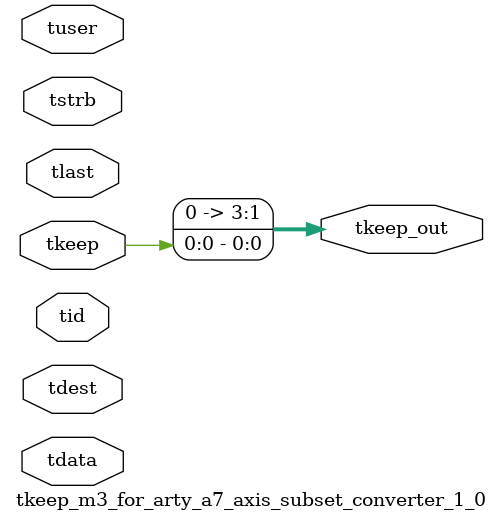
<source format=v>


`timescale 1ps/1ps

module tkeep_m3_for_arty_a7_axis_subset_converter_1_0 #
(
parameter C_S_AXIS_TDATA_WIDTH = 32,
parameter C_S_AXIS_TUSER_WIDTH = 0,
parameter C_S_AXIS_TID_WIDTH   = 0,
parameter C_S_AXIS_TDEST_WIDTH = 0,
parameter C_M_AXIS_TDATA_WIDTH = 32
)
(
input  [(C_S_AXIS_TDATA_WIDTH == 0 ? 1 : C_S_AXIS_TDATA_WIDTH)-1:0     ] tdata,
input  [(C_S_AXIS_TUSER_WIDTH == 0 ? 1 : C_S_AXIS_TUSER_WIDTH)-1:0     ] tuser,
input  [(C_S_AXIS_TID_WIDTH   == 0 ? 1 : C_S_AXIS_TID_WIDTH)-1:0       ] tid,
input  [(C_S_AXIS_TDEST_WIDTH == 0 ? 1 : C_S_AXIS_TDEST_WIDTH)-1:0     ] tdest,
input  [(C_S_AXIS_TDATA_WIDTH/8)-1:0 ] tkeep,
input  [(C_S_AXIS_TDATA_WIDTH/8)-1:0 ] tstrb,
input                                                                    tlast,
output [(C_M_AXIS_TDATA_WIDTH/8)-1:0 ] tkeep_out
);

assign tkeep_out = {tkeep[0:0]};

endmodule


</source>
